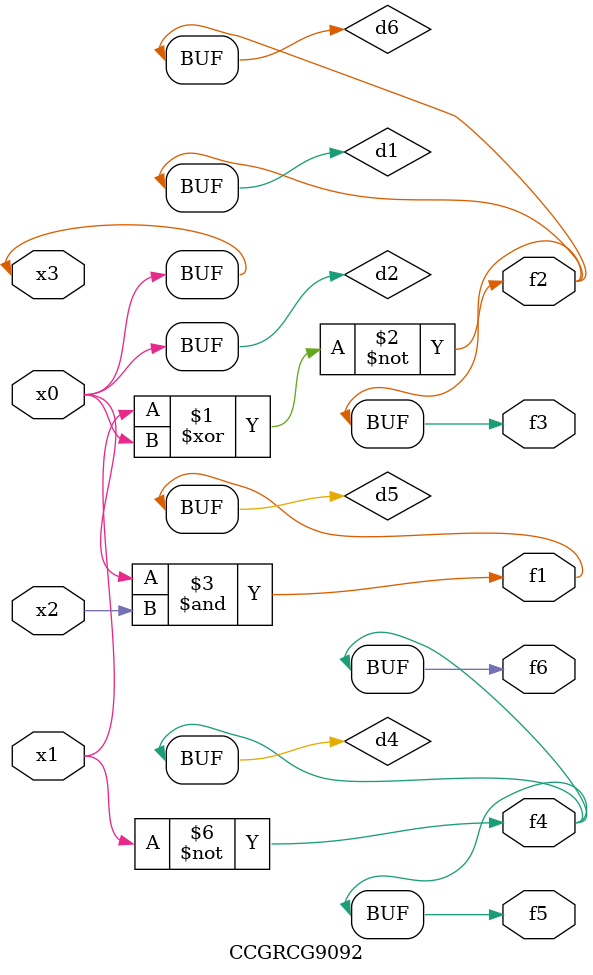
<source format=v>
module CCGRCG9092(
	input x0, x1, x2, x3,
	output f1, f2, f3, f4, f5, f6
);

	wire d1, d2, d3, d4, d5, d6;

	xnor (d1, x1, x3);
	buf (d2, x0, x3);
	nand (d3, x0, x2);
	not (d4, x1);
	nand (d5, d3);
	or (d6, d1);
	assign f1 = d5;
	assign f2 = d6;
	assign f3 = d6;
	assign f4 = d4;
	assign f5 = d4;
	assign f6 = d4;
endmodule

</source>
